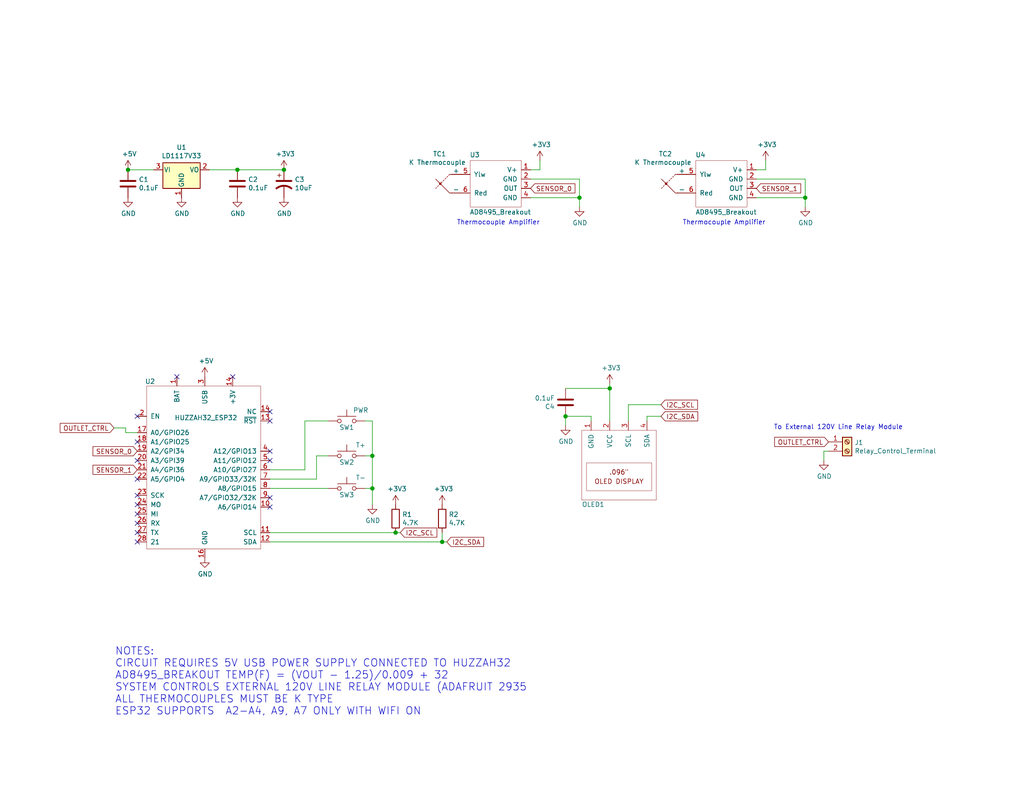
<source format=kicad_sch>
(kicad_sch (version 20200828) (generator eeschema)
  (page 1 1)
  (paper "USLetter")
  (title_block (title "PID Thermocouple Controller for Wax Melting") (date "2020-12-15") (rev "Rev 1.1") (company "Maeve Stites & Co."))
  (lib_symbols
    (symbol "Connector:Screw_Terminal_01x02" (pin_names (offset 1.016) hide)
      (property "Reference" "J" (at 0 2.54 0))
      (property "Value" "Screw_Terminal_01x02" (at 0 -5.08 0))
      (symbol "Screw_Terminal_01x02_1_1"
        (circle (center 0 -2.54) (radius 0.635) (stroke (width 0.1524)))
        (circle (center 0 0) (radius 0.635) (stroke (width 0.1524)))
        (rectangle (start -1.27 1.27) (end 1.27 -3.81) (stroke (width 0.254)) (fill (type background)))
        (polyline (pts (xy -0.5334 -2.2098) (xy 0.3302 -3.048)) (stroke (width 0.1524)))
        (polyline (pts (xy -0.5334 0.3302) (xy 0.3302 -0.508)) (stroke (width 0.1524)))
        (polyline (pts (xy -0.3556 -2.032) (xy 0.508 -2.8702)) (stroke (width 0.1524)))
        (polyline (pts (xy -0.3556 0.508) (xy 0.508 -0.3302)) (stroke (width 0.1524)))
        (pin passive line (at -5.08 0 0) (length 3.81) (name "Pin_1") (number "1"))
        (pin passive line (at -5.08 -2.54 0) (length 3.81) (name "Pin_2") (number "2"))
      )
    )
    (symbol "Device:C" (pin_numbers hide) (pin_names (offset 0.254))
      (property "Reference" "C" (at 0.635 2.54 0))
      (property "Value" "C" (at 0.635 -2.54 0))
      (symbol "C_0_1"
        (polyline (pts (xy -2.032 -0.762) (xy 2.032 -0.762)) (stroke (width 0.508)))
        (polyline (pts (xy -2.032 0.762) (xy 2.032 0.762)) (stroke (width 0.508)))
      )
      (symbol "C_1_1"
        (pin passive line (at 0 3.81 270) (length 2.794) (name "~") (number "1"))
        (pin passive line (at 0 -3.81 90) (length 2.794) (name "~") (number "2"))
      )
    )
    (symbol "Device:CP1" (pin_numbers hide) (pin_names (offset 0.254) hide)
      (property "Reference" "C" (at 0.635 2.54 0))
      (property "Value" "CP1" (at 0.635 -2.54 0))
      (symbol "CP1_0_1"
        (arc (start -2.032 -1.27) (end 2.032 -1.27) (radius (at 0 -3.81) (length 3.2512) (angles 128.7 51.3)) (stroke (width 0.508)))
        (polyline (pts (xy -2.032 0.762) (xy 2.032 0.762)) (stroke (width 0.508)))
        (polyline (pts (xy -1.778 2.286) (xy -0.762 2.286)))
        (polyline (pts (xy -1.27 1.778) (xy -1.27 2.794)))
      )
      (symbol "CP1_1_1"
        (pin passive line (at 0 3.81 270) (length 2.794) (name "~") (number "1"))
        (pin passive line (at 0 -3.81 90) (length 3.302) (name "~") (number "2"))
      )
    )
    (symbol "Device:R" (pin_numbers hide) (pin_names (offset 0))
      (property "Reference" "R" (at 2.032 0 90))
      (property "Value" "R" (at 0 0 90))
      (symbol "R_0_1"
        (rectangle (start -1.016 -2.54) (end 1.016 2.54) (stroke (width 0.254)))
      )
      (symbol "R_1_1"
        (pin passive line (at 0 3.81 270) (length 1.27) (name "~") (number "1"))
        (pin passive line (at 0 -3.81 90) (length 1.27) (name "~") (number "2"))
      )
    )
    (symbol "Device:Thermocouple" (pin_numbers hide) (pin_names (offset 0))
      (property "Reference" "TC" (at -3.048 3.81 0))
      (property "Value" "Thermocouple" (at -5.08 -4.064 0))
      (symbol "Thermocouple_0_1"
        (circle (center -3.048 0) (radius 0.254) (fill (type outline)))
        (polyline (pts (xy -4.064 -1.016) (xy -4.318 -1.27)))
        (polyline (pts (xy -3.556 -0.508) (xy -3.81 -0.762)))
        (polyline (pts (xy -3.048 0) (xy -3.302 -0.254)))
        (polyline (pts (xy -2.54 0.508) (xy -2.794 0.254)))
        (polyline (pts (xy -2.032 1.016) (xy -2.286 0.762)))
        (polyline (pts (xy -1.524 1.524) (xy -1.778 1.27)))
        (polyline (pts (xy -1.016 2.032) (xy -1.27 1.778)))
        (polyline (pts (xy -0.508 2.54) (xy -0.762 2.286)))
        (polyline (pts (xy 0 -2.54) (xy -0.254 -2.54)))
        (polyline (pts (xy 0 2.54) (xy -0.508 2.54)))
        (polyline (pts (xy 0.254 -2.54) (xy -0.508 -2.54) (xy -4.318 1.27)))
      )
      (symbol "Thermocouple_1_1"
        (pin passive line (at 2.54 2.54 180) (length 2.54) (name "+") (number "1"))
        (pin passive line (at 2.54 -2.54 180) (length 2.54) (name "-") (number "2"))
      )
    )
    (symbol "Regulator_Linear:LD1117S33TR_SOT223" (pin_names (offset 0.254))
      (property "Reference" "U" (at -3.81 3.175 0))
      (property "Value" "LD1117S33TR_SOT223" (at 0 3.175 0))
      (symbol "LD1117S33TR_SOT223_0_1"
        (rectangle (start -5.08 -5.08) (end 5.08 1.905) (stroke (width 0.254)) (fill (type background)))
      )
      (symbol "LD1117S33TR_SOT223_1_1"
        (pin power_in line (at 0 -7.62 90) (length 2.54) (name "GND") (number "1"))
        (pin power_out line (at 7.62 0 180) (length 2.54) (name "VO") (number "2"))
        (pin power_in line (at -7.62 0 0) (length 2.54) (name "VI") (number "3"))
      )
    )
    (symbol "Switch:SW_Push" (pin_numbers hide) (pin_names (offset 1.016) hide)
      (property "Reference" "SW" (at 1.27 2.54 0))
      (property "Value" "SW_Push" (at 0 -1.524 0))
      (symbol "SW_Push_0_1"
        (circle (center -2.032 0) (radius 0.508))
        (circle (center 2.032 0) (radius 0.508))
        (polyline (pts (xy 0 1.27) (xy 0 3.048)))
        (polyline (pts (xy 2.54 1.27) (xy -2.54 1.27)))
        (pin passive line (at -5.08 0 0) (length 2.54) (name "1") (number "1"))
        (pin passive line (at 5.08 0 180) (length 2.54) (name "2") (number "2"))
      )
    )
    (symbol "power:+3.3V" (power) (pin_names (offset 0))
      (property "Value" "+3.3V" (at 0 3.556 0))
      (symbol "+3.3V_0_1"
        (polyline (pts (xy -0.762 1.27) (xy 0 2.54)))
        (polyline (pts (xy 0 0) (xy 0 2.54)))
        (polyline (pts (xy 0 2.54) (xy 0.762 1.27)))
      )
      (symbol "+3.3V_1_1"
        (pin power_in line (at 0 0 90) (length 0) hide (name "+3V3") (number "1"))
      )
    )
    (symbol "power:+5V" (power) (pin_names (offset 0))
      (property "Value" "+5V" (at 0 3.556 0))
      (symbol "+5V_0_1"
        (polyline (pts (xy -0.762 1.27) (xy 0 2.54)))
        (polyline (pts (xy 0 0) (xy 0 2.54)))
        (polyline (pts (xy 0 2.54) (xy 0.762 1.27)))
      )
      (symbol "+5V_1_1"
        (pin power_in line (at 0 0 90) (length 0) hide (name "+5V") (number "1"))
      )
    )
    (symbol "power:GND" (power) (pin_names (offset 0))
      (property "Value" "GND" (at 0 -3.81 0))
      (symbol "GND_0_1"
        (polyline (pts (xy 0 0) (xy 0 -1.27) (xy 1.27 -1.27) (xy 0 -2.54) (xy -1.27 -1.27) (xy 0 -1.27)))
      )
      (symbol "GND_1_1"
        (pin power_in line (at 0 0 270) (length 0) hide (name "GND") (number "1"))
      )
    )
    (symbol "waxMelter:.96_OLED" (pin_names (offset 1.016))
      (property "Reference" "OLED" (at -2.54 -13.97 0))
      (property "Value" ".96_OLED" (at 19.05 16.51 0))
      (symbol ".96_OLED_0_0"
        (text ".096\"" (at 5.08 -5.08 0) (effects (font (size 1.27 1.27))))
        (text "OLED DISPLAY" (at 5.08 -7.62 0) (effects (font (size 1.27 1.27))))
      )
      (symbol ".96_OLED_0_1"
        (rectangle (start -5.08 6.35) (end 15.24 -12.7) (stroke (width 0.0006)))
        (rectangle (start -3.81 -2.54) (end 13.97 -10.16) (stroke (width 0.0006)))
      )
      (symbol ".96_OLED_1_1"
        (pin bidirectional line (at -2.54 8.89 270) (length 2.54) (name "GND") (number "1"))
        (pin bidirectional line (at 2.54 8.89 270) (length 2.54) (name "VCC") (number "2"))
        (pin bidirectional line (at 7.62 8.89 270) (length 2.54) (name "SCL") (number "3"))
        (pin bidirectional line (at 12.7 8.89 270) (length 2.54) (name "SDA") (number "4"))
      )
    )
    (symbol "waxMelter:AD8495_Breakout" (pin_names (offset 1.016))
      (property "Reference" "U" (at -6.35 8.89 0))
      (property "Value" "AD8495_Breakout" (at 0 -6.35 0))
      (symbol "AD8495_Breakout_0_1"
        (rectangle (start -7.62 7.62) (end 6.35 -5.08) (stroke (width 0.0006)))
      )
      (symbol "AD8495_Breakout_1_1"
        (pin bidirectional line (at -10.16 3.81 0) (length 2.54) (name "Ylw") (number "5"))
        (pin bidirectional line (at -10.16 -1.27 0) (length 2.54) (name "Red") (number "6"))
        (pin bidirectional line (at 8.89 5.08 180) (length 2.54) (name "V+") (number "1"))
        (pin bidirectional line (at 8.89 0 180) (length 2.54) (name "OUT") (number "3"))
        (pin bidirectional line (at 8.89 2.54 180) (length 2.54) (name "GND") (number "2"))
        (pin bidirectional line (at 8.89 -2.54 180) (length 2.54) (name "GND") (number "4"))
      )
    )
    (symbol "waxMelter:AD8495_Breakout_1" (pin_names (offset 1.016))
      (property "Reference" "U" (at -6.35 8.89 0))
      (property "Value" "AD8495_Breakout" (at 0 -6.35 0))
      (symbol "AD8495_Breakout_1_0_1"
        (rectangle (start -7.62 7.62) (end 6.35 -5.08) (stroke (width 0.0006)))
      )
      (symbol "AD8495_Breakout_1_1_1"
        (pin bidirectional line (at -10.16 3.81 0) (length 2.54) (name "Ylw") (number "5"))
        (pin bidirectional line (at -10.16 -1.27 0) (length 2.54) (name "Red") (number "6"))
        (pin bidirectional line (at 8.89 5.08 180) (length 2.54) (name "V+") (number "1"))
        (pin bidirectional line (at 8.89 0 180) (length 2.54) (name "OUT") (number "3"))
        (pin bidirectional line (at 8.89 2.54 180) (length 2.54) (name "GND") (number "2"))
        (pin bidirectional line (at 8.89 -2.54 180) (length 2.54) (name "GND") (number "4"))
      )
    )
    (symbol "waxMelter:HUZZAH32_ESP32" (pin_names (offset 1.016))
      (property "Reference" "U" (at -12.7 30.48 0))
      (property "Value" "HUZZAH32_ESP32" (at 0 20.32 0))
      (symbol "HUZZAH32_ESP32_0_1"
        (rectangle (start -15.875 29.21) (end 15.24 -15.24) (stroke (width 0.0006)))
      )
      (symbol "HUZZAH32_ESP32_1_1"
        (pin power_in line (at -7.62 31.75 270) (length 2.54) (name "BAT") (number "1"))
        (pin bidirectional line (at -18.415 20.955 0) (length 2.54) (name "EN") (number "2"))
        (pin bidirectional line (at 0 31.75 270) (length 2.54) (name "USB") (number "3"))
        (pin power_out line (at 7.62 31.75 270) (length 2.54) (name "+3V") (number "14"))
        (pin bidirectional line (at 0 -17.78 90) (length 2.54) (name "GND") (number "16"))
        (pin bidirectional line (at -18.415 -8.255 0) (length 2.54) (name "RX") (number "26"))
        (pin bidirectional line (at -18.415 -10.795 0) (length 2.54) (name "TX") (number "27"))
        (pin bidirectional line (at -18.415 -5.715 0) (length 2.54) (name "MI") (number "25"))
        (pin bidirectional line (at -18.415 -3.175 0) (length 2.54) (name "MO") (number "24"))
        (pin bidirectional line (at -18.415 -0.635 0) (length 2.54) (name "SCK") (number "23"))
        (pin bidirectional line (at 17.78 -13.335 180) (length 2.54) (name "SDA") (number "12"))
        (pin bidirectional line (at 17.78 -10.795 180) (length 2.54) (name "SCL") (number "11"))
        (pin bidirectional line (at -18.415 3.81 0) (length 2.54) (name "A5/GPIO4") (number "22"))
        (pin bidirectional line (at -18.415 6.35 0) (length 2.54) (name "A4/GPI36") (number "21"))
        (pin bidirectional line (at -18.415 8.89 0) (length 2.54) (name "A3/GPI39") (number "20"))
        (pin bidirectional line (at -18.415 11.43 0) (length 2.54) (name "A2/GPI34") (number "19"))
        (pin bidirectional line (at -18.415 13.97 0) (length 2.54) (name "A1/GPIO25") (number "18"))
        (pin bidirectional line (at -18.415 16.51 0) (length 2.54) (name "A0/GPIO26") (number "17"))
        (pin bidirectional line (at -18.415 -13.335 0) (length 2.54) (name "21") (number "28"))
        (pin bidirectional line (at 17.78 -3.81 180) (length 2.54) (name "A6/GPIO14") (number "10"))
        (pin bidirectional line (at 17.78 -1.27 180) (length 2.54) (name "A7/GPIO32/32K") (number "9"))
        (pin bidirectional line (at 17.78 1.27 180) (length 2.54) (name "A8/GPIO15") (number "8"))
        (pin bidirectional line (at 17.78 3.81 180) (length 2.54) (name "A9/GPIO33/32K") (number "7"))
        (pin bidirectional line (at 17.78 6.35 180) (length 2.54) (name "A10/GPIO27") (number "6"))
        (pin bidirectional line (at 17.78 8.89 180) (length 2.54) (name "A11/GPIO12") (number "5"))
        (pin bidirectional line (at 17.78 11.43 180) (length 2.54) (name "A12/GPIO13") (number "4"))
        (pin bidirectional line (at 17.78 19.685 180) (length 2.54) (name "~RST") (number "13"))
        (pin bidirectional line (at 17.78 22.225 180) (length 2.54) (name "NC") (number "14"))
      )
    )
  )
  (junction (at 34.925 46.355) (diameter 1.016))
  (junction (at 64.77 46.355) (diameter 1.016))
  (junction (at 77.47 46.355) (diameter 1.016))
  (junction (at 101.6 124.46) (diameter 1.016))
  (junction (at 101.6 133.35) (diameter 1.016))
  (junction (at 107.95 145.415) (diameter 1.016))
  (junction (at 120.65 147.955) (diameter 1.016))
  (junction (at 154.305 113.665) (diameter 1.016))
  (junction (at 158.115 53.975) (diameter 1.016))
  (junction (at 166.37 106.045) (diameter 1.016))
  (junction (at 219.71 53.975) (diameter 1.016))
  (no_connect (at 73.66 123.19))
  (no_connect (at 37.465 113.665))
  (no_connect (at 37.465 147.955))
  (no_connect (at 73.66 112.395))
  (no_connect (at 48.26 102.87))
  (no_connect (at 73.66 125.73))
  (no_connect (at 37.465 140.335))
  (no_connect (at 73.66 114.935))
  (no_connect (at 37.465 125.73))
  (no_connect (at 63.5 102.87))
  (no_connect (at 73.66 135.89))
  (no_connect (at 37.465 142.875))
  (no_connect (at 73.66 138.43))
  (no_connect (at 37.465 120.65))
  (no_connect (at 37.465 130.81))
  (no_connect (at 37.465 145.415))
  (no_connect (at 37.465 137.795))
  (no_connect (at 37.465 135.255))
  (wire (pts (xy 34.29 116.84) (xy 31.115 116.84)))
  (wire (pts (xy 34.29 118.11) (xy 34.29 116.84)))
  (wire (pts (xy 34.925 46.355) (xy 41.91 46.355)))
  (wire (pts (xy 37.465 118.11) (xy 34.29 118.11)))
  (wire (pts (xy 57.15 46.355) (xy 64.77 46.355)))
  (wire (pts (xy 64.77 46.355) (xy 77.47 46.355)))
  (wire (pts (xy 73.66 128.27) (xy 83.185 128.27)))
  (wire (pts (xy 73.66 130.81) (xy 86.36 130.81)))
  (wire (pts (xy 73.66 133.35) (xy 89.535 133.35)))
  (wire (pts (xy 73.66 145.415) (xy 107.95 145.415)))
  (wire (pts (xy 73.66 147.955) (xy 120.65 147.955)))
  (wire (pts (xy 83.185 114.935) (xy 89.535 114.935)))
  (wire (pts (xy 83.185 128.27) (xy 83.185 114.935)))
  (wire (pts (xy 86.36 124.46) (xy 89.535 124.46)))
  (wire (pts (xy 86.36 130.81) (xy 86.36 124.46)))
  (wire (pts (xy 99.695 114.935) (xy 101.6 114.935)))
  (wire (pts (xy 99.695 124.46) (xy 101.6 124.46)))
  (wire (pts (xy 99.695 133.35) (xy 101.6 133.35)))
  (wire (pts (xy 101.6 114.935) (xy 101.6 124.46)))
  (wire (pts (xy 101.6 124.46) (xy 101.6 133.35)))
  (wire (pts (xy 101.6 133.35) (xy 101.6 137.795)))
  (wire (pts (xy 107.95 145.415) (xy 109.22 145.415)))
  (wire (pts (xy 120.65 145.415) (xy 120.65 147.955)))
  (wire (pts (xy 120.65 147.955) (xy 121.92 147.955)))
  (wire (pts (xy 144.78 46.355) (xy 147.32 46.355)))
  (wire (pts (xy 144.78 48.895) (xy 158.115 48.895)))
  (wire (pts (xy 144.78 53.975) (xy 158.115 53.975)))
  (wire (pts (xy 147.32 46.355) (xy 147.32 43.815)))
  (wire (pts (xy 154.305 106.045) (xy 166.37 106.045)))
  (wire (pts (xy 154.305 113.665) (xy 154.305 116.205)))
  (wire (pts (xy 158.115 48.895) (xy 158.115 53.975)))
  (wire (pts (xy 158.115 53.975) (xy 158.115 56.515)))
  (wire (pts (xy 161.29 113.665) (xy 154.305 113.665)))
  (wire (pts (xy 161.29 113.665) (xy 161.29 114.935)))
  (wire (pts (xy 166.37 104.775) (xy 166.37 106.045)))
  (wire (pts (xy 166.37 106.045) (xy 166.37 114.935)))
  (wire (pts (xy 171.45 110.49) (xy 180.34 110.49)))
  (wire (pts (xy 171.45 114.935) (xy 171.45 110.49)))
  (wire (pts (xy 176.53 113.665) (xy 180.34 113.665)))
  (wire (pts (xy 176.53 114.935) (xy 176.53 113.665)))
  (wire (pts (xy 206.375 46.355) (xy 208.915 46.355)))
  (wire (pts (xy 206.375 48.895) (xy 219.71 48.895)))
  (wire (pts (xy 206.375 53.975) (xy 219.71 53.975)))
  (wire (pts (xy 208.915 46.355) (xy 208.915 43.815)))
  (wire (pts (xy 219.71 48.895) (xy 219.71 53.975)))
  (wire (pts (xy 219.71 53.975) (xy 219.71 56.515)))
  (wire (pts (xy 224.79 123.19) (xy 226.06 123.19)))
  (wire (pts (xy 224.79 125.73) (xy 224.79 123.19)))
  (text "NOTES:\nCIRCUIT REQUIRES 5V USB POWER SUPPLY CONNECTED TO HUZZAH32\nAD8495_BREAKOUT TEMP(F) = (VOUT - 1.25)/0.009 + 32\nSYSTEM CONTROLS EXTERNAL 120V LINE RELAY MODULE (ADAFRUIT 2935\nALL THERMOCOUPLES MUST BE K TYPE\nESP32 SUPPORTS  A2-A4, A9, A7 ONLY WITH WIFI ON" (at 31.369 195.453 0) (effects (font (size 2.032 2.032)) (justify left bottom)))
  (text "Thermocouple Amplifier" (at 147.32 61.595 180) (effects (font (size 1.27 1.27)) (justify right bottom)))
  (text "Thermocouple Amplifier" (at 208.915 61.595 180) (effects (font (size 1.27 1.27)) (justify right bottom)))
  (text "To External 120V Line Relay Module" (at 246.38 117.475 180) (effects (font (size 1.27 1.27)) (justify right bottom)))
  (global_label "OUTLET_CTRL" (shape input) (at 31.115 116.84 180))
  (global_label "SENSOR_0" (shape input) (at 37.465 123.19 180))
  (global_label "SENSOR_1" (shape input) (at 37.465 128.27 180))
  (global_label "I2C_SCL" (shape input) (at 109.22 145.415 0))
  (global_label "I2C_SDA" (shape input) (at 121.92 147.955 0))
  (global_label "SENSOR_0" (shape input) (at 144.78 51.435 0))
  (global_label "I2C_SCL" (shape input) (at 180.34 110.49 0))
  (global_label "I2C_SDA" (shape input) (at 180.34 113.665 0))
  (global_label "SENSOR_1" (shape input) (at 206.375 51.435 0))
  (global_label "OUTLET_CTRL" (shape input) (at 226.06 120.65 180))
  (symbol (lib_id "power:+5V") (at 34.925 46.355 0) (unit 1)
    (property "Reference" "#PWR01" (effects hide))
    (property "Value" "+5V" (at 35.2933 42.0306 0))
  )
  (symbol (lib_id "power:+5V") (at 55.88 102.87 0) (unit 1)
    (property "Reference" "#PWR04" (effects hide))
    (property "Value" "+5V" (at 56.2483 98.5456 0))
  )
  (symbol (lib_id "power:+3.3V") (at 77.47 46.355 0) (unit 1)
    (property "Reference" "#PWR07" (effects hide))
    (property "Value" "+3.3V" (at 77.8383 42.0306 0))
  )
  (symbol (lib_id "power:+3.3V") (at 107.95 137.795 0) (unit 1)
    (property "Reference" "#PWR010" (effects hide))
    (property "Value" "+3.3V" (at 108.3183 133.4706 0))
  )
  (symbol (lib_id "power:+3.3V") (at 120.65 137.795 0) (unit 1)
    (property "Reference" "#PWR011" (effects hide))
    (property "Value" "+3.3V" (at 121.0183 133.4706 0))
  )
  (symbol (lib_id "power:+3.3V") (at 147.32 43.815 0) (unit 1)
    (property "Reference" "#PWR012" (effects hide))
    (property "Value" "+3.3V" (at 147.6883 39.4906 0))
  )
  (symbol (lib_id "power:+3.3V") (at 166.37 104.775 0) (unit 1)
    (property "Reference" "#PWR015" (effects hide))
    (property "Value" "+3.3V" (at 166.7383 100.4506 0))
  )
  (symbol (lib_id "power:+3.3V") (at 208.915 43.815 0) (unit 1)
    (property "Reference" "#PWR016" (effects hide))
    (property "Value" "+3.3V" (at 209.2833 39.4906 0))
  )
  (symbol (lib_id "power:GND") (at 34.925 53.975 0) (unit 1)
    (property "Reference" "#PWR02" (effects hide))
    (property "Value" "GND" (at 35.0393 58.2994 0))
  )
  (symbol (lib_id "power:GND") (at 49.53 53.975 0) (unit 1)
    (property "Reference" "#PWR03" (effects hide))
    (property "Value" "GND" (at 49.6443 58.2994 0))
  )
  (symbol (lib_id "power:GND") (at 55.88 152.4 0) (unit 1)
    (property "Reference" "#PWR05" (effects hide))
    (property "Value" "GND" (at 55.9943 156.7244 0))
  )
  (symbol (lib_id "power:GND") (at 64.77 53.975 0) (unit 1)
    (property "Reference" "#PWR06" (effects hide))
    (property "Value" "GND" (at 64.8843 58.2994 0))
  )
  (symbol (lib_id "power:GND") (at 77.47 53.975 0) (unit 1)
    (property "Reference" "#PWR08" (effects hide))
    (property "Value" "GND" (at 77.5843 58.2994 0))
  )
  (symbol (lib_id "power:GND") (at 101.6 137.795 0) (unit 1)
    (property "Reference" "#PWR09" (effects hide))
    (property "Value" "GND" (at 101.7143 142.1194 0))
  )
  (symbol (lib_id "power:GND") (at 154.305 116.205 0) (unit 1)
    (property "Reference" "#PWR013" (effects hide))
    (property "Value" "GND" (at 154.4193 120.5294 0))
  )
  (symbol (lib_id "power:GND") (at 158.115 56.515 0) (unit 1)
    (property "Reference" "#PWR014" (effects hide))
    (property "Value" "GND" (at 158.2293 60.8394 0))
  )
  (symbol (lib_id "power:GND") (at 219.71 56.515 0) (unit 1)
    (property "Reference" "#PWR017" (effects hide))
    (property "Value" "GND" (at 219.8243 60.8394 0))
  )
  (symbol (lib_id "power:GND") (at 224.79 125.73 0) (unit 1)
    (property "Reference" "#PWR018" (effects hide))
    (property "Value" "GND" (at 224.9043 130.0544 0))
  )
  (symbol (lib_id "Device:R") (at 107.95 141.605 0) (unit 1)
    (property "Reference" "R1" (at 109.7281 140.4556 0) (effects (justify left)))
    (property "Value" "4.7K" (at 109.7281 142.7543 0) (effects (justify left)))
    (property "Footprint" "waxMelter:resistor 1-8" (effects hide))
    (property "Datasheet" "https://www.seielect.com/catalog/sei-cf_cfm.pdf" (effects hide))
    (property "Vendor Value" "DK: CF18JT4K70CT-ND" (effects hide))
  )
  (symbol (lib_id "Device:R") (at 120.65 141.605 0) (unit 1)
    (property "Reference" "R2" (at 122.4281 140.4556 0) (effects (justify left)))
    (property "Value" "4.7K" (at 122.4281 142.7543 0) (effects (justify left)))
    (property "Footprint" "waxMelter:resistor 1-8" (effects hide))
    (property "Datasheet" "https://www.seielect.com/catalog/sei-cf_cfm.pdf" (effects hide))
    (property "Vendor Value" "DK: CF18JT4K70CT-ND" (effects hide))
  )
  (symbol (lib_id "Connector:Screw_Terminal_01x02") (at 231.14 120.65 0) (unit 1)
    (property "Reference" "J1" (at 233.1721 120.8214 0) (effects (justify left)))
    (property "Value" "Relay_Control_Terminal" (at 233.1721 123.1201 0) (effects (justify left)))
    (property "Footprint" "waxMelter:2PIN_SCREW" (effects hide))
    (property "Datasheet" "https://media.digikey.com/PDF/Data%20Sheets/Phoenix%20Contact%20PDFs/1751248.pdf" (effects hide))
    (property "Vendor Value" "DK: 277-5719-ND" (effects hide))
  )
  (symbol (lib_id "Device:C") (at 34.925 50.165 180) (unit 1)
    (property "Reference" "C1" (at 37.8461 49.0156 0) (effects (justify right)))
    (property "Value" "0.1uF" (at 37.8461 51.3143 0) (effects (justify right)))
    (property "Footprint" "Capacitor_THT:C_Rect_L4.0mm_W2.5mm_P2.50mm" (effects hide))
    (property "Datasheet" "https://www.vishay.com/docs/45171/kseries.pdf" (effects hide))
    (property "Vendor Value" "DK: BC1084CT-ND" (effects hide))
  )
  (symbol (lib_id "Device:C") (at 64.77 50.165 0) (unit 1)
    (property "Reference" "C2" (at 67.6911 49.0156 0) (effects (justify left)))
    (property "Value" "0.1uF" (at 67.6911 51.3143 0) (effects (justify left)))
    (property "Footprint" "Capacitor_THT:C_Rect_L4.0mm_W2.5mm_P2.50mm" (effects hide))
    (property "Datasheet" "https://www.vishay.com/docs/45171/kseries.pdf" (effects hide))
    (property "Vendor Value" "DK: BC1084CT-ND" (effects hide))
  )
  (symbol (lib_id "Device:CP1") (at 77.47 50.165 0) (unit 1)
    (property "Reference" "C3" (at 80.3911 49.0156 0) (effects (justify left)))
    (property "Value" "10uF" (at 80.3911 51.3143 0) (effects (justify left)))
    (property "Footprint" "Capacitor_THT:CP_Radial_D5.0mm_P2.50mm" (effects hide))
    (property "Datasheet" "https://katalog.we-online.de/pbs/datasheet/860020572003.pdf" (effects hide))
    (property "Vendor Value" "DK: 732-8937-1-ND" (effects hide))
  )
  (symbol (lib_id "Device:C") (at 154.305 109.855 180) (unit 1)
    (property "Reference" "C4" (at 151.3839 111.0044 0) (effects (justify left)))
    (property "Value" "0.1uF" (at 151.3839 108.7057 0) (effects (justify left)))
    (property "Footprint" "Capacitor_THT:C_Rect_L4.0mm_W2.5mm_P2.50mm" (effects hide))
    (property "Datasheet" "https://www.vishay.com/docs/45171/kseries.pdf" (effects hide))
    (property "Vendor Value" "DK: BC1084CT-ND" (effects hide))
  )
  (symbol (lib_id "Switch:SW_Push") (at 94.615 114.935 0) (unit 1)
    (property "Reference" "SW1" (at 94.615 116.6938 0))
    (property "Value" "PWR" (at 98.425 112.0075 0))
    (property "Footprint" "Button_Switch_THT:SW_PUSH_6mm" (effects hide))
    (property "Datasheet" "https://media.digikey.com/pdf/Data%20Sheets/APEM%20Components%20PDFs/MJTP%20Series-6MM.pdf" (effects hide))
    (property "Vendor Value" "DK: 679-2428-ND" (effects hide))
  )
  (symbol (lib_id "Switch:SW_Push") (at 94.615 124.46 0) (unit 1)
    (property "Reference" "SW2" (at 94.615 126.2188 0))
    (property "Value" "T+" (at 98.425 121.5325 0))
    (property "Footprint" "Button_Switch_THT:SW_PUSH_6mm" (effects hide))
    (property "Datasheet" "https://media.digikey.com/pdf/Data%20Sheets/APEM%20Components%20PDFs/MJTP%20Series-6MM.pdf" (effects hide))
    (property "Vendor Value" "DK: 679-2428-ND" (effects hide))
  )
  (symbol (lib_id "Switch:SW_Push") (at 94.615 133.35 0) (unit 1)
    (property "Reference" "SW3" (at 94.615 135.1088 0))
    (property "Value" "T-" (at 98.425 130.4225 0))
    (property "Footprint" "Button_Switch_THT:SW_PUSH_6mm" (effects hide))
    (property "Datasheet" "https://media.digikey.com/pdf/Data%20Sheets/APEM%20Components%20PDFs/MJTP%20Series-6MM.pdf" (effects hide))
    (property "Vendor Value" "DK: 679-2428-ND" (effects hide))
  )
  (symbol (lib_id "Device:Thermocouple") (at 123.19 50.165 0) (unit 1)
    (property "Reference" "TC1" (at 119.9515 42.0432 0))
    (property "Value" "K Thermocouple" (at 119.3165 44.3419 0))
    (property "Datasheet" "K Type Thermocouple" (effects hide))
    (property "Vendor Value" "Ebay, Amazon" (effects hide))
  )
  (symbol (lib_id "Device:Thermocouple") (at 184.785 50.165 0) (unit 1)
    (property "Reference" "TC2" (at 181.5465 42.0432 0))
    (property "Value" "K Thermocouple" (at 180.9115 44.3419 0))
    (property "Datasheet" "K Type Thermocouple" (effects hide))
    (property "Vendor Value" "Ebay, Amazon" (effects hide))
  )
  (symbol (lib_id "Regulator_Linear:LD1117S33TR_SOT223") (at 49.53 46.355 0) (unit 1)
    (property "Reference" "U1" (at 49.53 40.2398 0))
    (property "Value" "LD1117V33" (at 49.53 42.5385 0))
    (property "Footprint" "Package_TO_SOT_THT:TO-126-3_Horizontal_TabDown" (effects hide))
    (property "Datasheet" "http://www.st.com/st-web-ui/static/active/en/resource/technical/document/datasheet/CD00000544.pdf" (effects hide))
    (property "Vendor Value" "DK: 497-1491-5-ND\n" (effects hide))
  )
  (symbol (lib_name "waxMelter:AD8495_Breakout_1") (lib_id "waxMelter:AD8495_Breakout") (at 135.89 51.435 0) (unit 1)
    (property "Reference" "U3" (at 129.54 42.2715 0))
    (property "Value" "AD8495_Breakout" (at 136.525 57.9052 0))
    (property "Footprint" "waxMelter:AD8495_amplifier" (effects hide))
    (property "Datasheet" "https://www.adafruit.com/product/1778" (effects hide))
    (property "Vendor Value" "Adafruit: 1778" (effects hide))
  )
  (symbol (lib_id "waxMelter:AD8495_Breakout") (at 197.485 51.435 0) (unit 1)
    (property "Reference" "U4" (at 191.135 42.2715 0))
    (property "Value" "AD8495_Breakout" (at 198.12 57.9052 0))
    (property "Footprint" "waxMelter:AD8495_amplifier" (effects hide))
    (property "Datasheet" "https://www.adafruit.com/product/1778" (effects hide))
    (property "Vendor Value" "Adafruit: 1778" (effects hide))
  )
  (symbol (lib_id "waxMelter:.96_OLED") (at 163.83 123.825 0) (unit 1)
    (property "Reference" "OLED1" (at 158.7504 137.7252 0) (effects (justify left)))
    (property "Value" ".96_OLED" (effects hide))
    (property "Footprint" "waxMelter:OLED" (effects hide))
    (property "Datasheet" "https://cdn-shop.adafruit.com/datasheets/SSD1306.pdf" (effects hide))
    (property "Vendor Value" "Amazon" (effects hide))
  )
  (symbol (lib_id "waxMelter:HUZZAH32_ESP32") (at 55.88 134.62 0) (unit 1)
    (property "Reference" "U2" (at 40.9575 104.1464 0))
    (property "Value" "HUZZAH32_ESP32" (at 56.1975 114.0651 0))
    (property "Footprint" "waxMelter:HUZZAH_ESP32" (effects hide))
    (property "Datasheet" "https://cdn-learn.adafruit.com/downloads/pdf/adafruit-huzzah32-esp32-feather.pdf?timestamp=1603059915" (effects hide))
    (property "Vendor Value" "Adafruit: 3591" (effects hide))
  )
)
</source>
